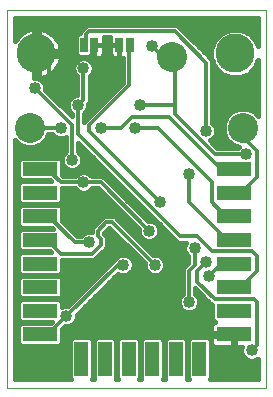
<source format=gtl>
G75*
%MOIN*%
%OFA0B0*%
%FSLAX25Y25*%
%IPPOS*%
%LPD*%
%AMOC8*
5,1,8,0,0,1.08239X$1,22.5*
%
%ADD10C,0.00000*%
%ADD11C,0.13000*%
%ADD12R,0.11811X0.04724*%
%ADD13R,0.04724X0.11811*%
%ADD14C,0.10000*%
%ADD15R,0.02500X0.05000*%
%ADD16C,0.01300*%
%ADD17C,0.04000*%
%ADD18C,0.01600*%
D10*
X0001800Y0001800D02*
X0001800Y0127784D01*
X0088414Y0127784D01*
X0088414Y0001800D01*
X0001800Y0001800D01*
D11*
X0011721Y0113178D03*
X0078020Y0113178D03*
D12*
X0077548Y0074635D03*
X0077548Y0066761D03*
X0077548Y0058887D03*
X0077548Y0051013D03*
X0077548Y0043139D03*
X0077548Y0035265D03*
X0077548Y0027391D03*
X0077548Y0019517D03*
X0012981Y0019517D03*
X0012981Y0027391D03*
X0012981Y0035265D03*
X0012981Y0043139D03*
X0012981Y0051013D03*
X0012981Y0058887D03*
X0012981Y0066761D03*
X0012981Y0074635D03*
D13*
X0026761Y0011249D03*
X0034635Y0011249D03*
X0042509Y0011249D03*
X0050383Y0011249D03*
X0058257Y0011249D03*
X0066131Y0011249D03*
D14*
X0080540Y0088414D03*
X0056918Y0112036D03*
X0009674Y0088414D03*
D15*
X0027587Y0115973D03*
X0031131Y0115973D03*
X0039398Y0115973D03*
X0042942Y0115973D03*
D16*
X0042650Y0115800D01*
X0042650Y0102500D01*
X0029350Y0089200D01*
X0029350Y0087300D01*
X0053100Y0063550D01*
X0049300Y0054050D02*
X0033150Y0070200D01*
X0027450Y0070200D01*
X0019850Y0070200D01*
X0016050Y0074000D01*
X0013200Y0074000D01*
X0012981Y0074635D01*
X0023650Y0077800D02*
X0023650Y0089200D01*
X0011300Y0101550D01*
X0016050Y0101550D02*
X0016050Y0112000D01*
X0011721Y0113178D01*
X0012250Y0112950D01*
X0013200Y0112000D01*
X0016050Y0112000D01*
X0029350Y0112000D01*
X0030300Y0112950D01*
X0030300Y0115800D01*
X0031131Y0115973D01*
X0031250Y0115800D01*
X0038850Y0115800D01*
X0039398Y0115973D01*
X0029350Y0120550D02*
X0057850Y0120550D01*
X0068300Y0110100D01*
X0068300Y0087300D01*
X0071150Y0079700D02*
X0057850Y0093000D01*
X0057850Y0095850D01*
X0046450Y0095850D01*
X0043600Y0092050D02*
X0055950Y0092050D01*
X0073050Y0074950D01*
X0076850Y0074950D01*
X0077548Y0074635D01*
X0081600Y0079700D02*
X0071150Y0079700D01*
X0070200Y0070200D02*
X0070200Y0063550D01*
X0074000Y0059750D01*
X0076850Y0059750D01*
X0077548Y0058887D01*
X0076850Y0051200D02*
X0074950Y0051200D01*
X0062600Y0063550D01*
X0062600Y0073050D01*
X0070200Y0070200D02*
X0052150Y0088250D01*
X0044550Y0088250D01*
X0043600Y0092050D02*
X0039800Y0088250D01*
X0033150Y0088250D01*
X0025550Y0095850D02*
X0027450Y0097750D01*
X0027450Y0108200D01*
X0027587Y0115973D02*
X0028400Y0116750D01*
X0028400Y0119600D01*
X0029350Y0120550D01*
X0025550Y0095850D02*
X0025550Y0086350D01*
X0059750Y0052150D01*
X0065450Y0052150D01*
X0070200Y0047400D01*
X0083500Y0047400D01*
X0085400Y0045500D01*
X0085400Y0040750D01*
X0080650Y0036000D01*
X0077800Y0036000D01*
X0077548Y0035265D01*
X0076850Y0042650D02*
X0073050Y0042650D01*
X0069250Y0038850D01*
X0065450Y0040750D02*
X0068300Y0043600D01*
X0065450Y0040750D02*
X0065450Y0036950D01*
X0071150Y0031250D01*
X0084450Y0031250D01*
X0085400Y0030300D01*
X0085400Y0016050D01*
X0083500Y0014150D01*
X0077548Y0019517D02*
X0076850Y0019850D01*
X0068300Y0019850D01*
X0036000Y0052150D01*
X0036000Y0053100D01*
X0032200Y0054050D02*
X0035050Y0056900D01*
X0036950Y0056900D01*
X0051200Y0042650D01*
X0040750Y0042650D02*
X0038850Y0042650D01*
X0021750Y0025550D01*
X0016050Y0019850D01*
X0013200Y0019850D01*
X0012981Y0019517D01*
X0019850Y0046450D02*
X0016050Y0050250D01*
X0013200Y0050250D01*
X0012981Y0051013D01*
X0013200Y0058800D02*
X0012981Y0058887D01*
X0013200Y0058800D02*
X0016050Y0058800D01*
X0024600Y0050250D01*
X0029350Y0050250D01*
X0032200Y0052150D02*
X0032200Y0054050D01*
X0032200Y0052150D02*
X0033150Y0051200D01*
X0033150Y0049300D01*
X0030300Y0046450D01*
X0019850Y0046450D01*
X0019850Y0088250D02*
X0010350Y0088250D01*
X0009674Y0088414D01*
X0050250Y0115800D02*
X0053100Y0112950D01*
X0056900Y0112950D01*
X0056918Y0112036D01*
X0057850Y0112000D01*
X0057850Y0095850D01*
X0077800Y0067350D02*
X0077548Y0066761D01*
X0077800Y0067350D02*
X0080650Y0067350D01*
X0085400Y0072100D01*
X0085400Y0080650D01*
X0080650Y0085400D01*
X0080650Y0088250D01*
X0080540Y0088414D01*
X0076850Y0051200D02*
X0077548Y0051013D01*
X0077548Y0043139D02*
X0076850Y0042650D01*
X0064500Y0042650D02*
X0062600Y0040750D01*
X0062600Y0030300D01*
X0064500Y0042650D02*
X0064500Y0048350D01*
D17*
X0064500Y0048350D03*
X0068300Y0043600D03*
X0069250Y0038850D03*
X0062600Y0030300D03*
X0051200Y0042650D03*
X0049300Y0054050D03*
X0053100Y0063550D03*
X0062600Y0073050D03*
X0068300Y0087300D03*
X0081600Y0079700D03*
X0050250Y0115800D03*
X0046450Y0095850D03*
X0044550Y0088250D03*
X0033150Y0088250D03*
X0025550Y0095850D03*
X0019850Y0088250D03*
X0023650Y0077800D03*
X0027450Y0070200D03*
X0036000Y0053100D03*
X0029350Y0050250D03*
X0040750Y0042650D03*
X0021750Y0025550D03*
X0016050Y0101550D03*
X0011300Y0101550D03*
X0027450Y0108200D03*
X0083500Y0014150D03*
D18*
X0085614Y0011456D02*
X0085614Y0004600D01*
X0069729Y0004600D01*
X0069893Y0004763D01*
X0069893Y0016729D01*
X0069965Y0016460D01*
X0070202Y0016049D01*
X0070537Y0015714D01*
X0070948Y0015477D01*
X0071406Y0015354D01*
X0077167Y0015354D01*
X0077167Y0019135D01*
X0077929Y0019135D01*
X0077929Y0015354D01*
X0080319Y0015354D01*
X0080100Y0014826D01*
X0080100Y0013474D01*
X0080618Y0012224D01*
X0081574Y0011268D01*
X0082824Y0010750D01*
X0084176Y0010750D01*
X0085426Y0011268D01*
X0085614Y0011456D01*
X0085614Y0011391D02*
X0085549Y0011391D01*
X0085614Y0009793D02*
X0069893Y0009793D01*
X0069893Y0011391D02*
X0081451Y0011391D01*
X0080301Y0012990D02*
X0069893Y0012990D01*
X0069893Y0014588D02*
X0080100Y0014588D01*
X0077929Y0016187D02*
X0077167Y0016187D01*
X0077167Y0017785D02*
X0077929Y0017785D01*
X0077167Y0019135D02*
X0069843Y0019135D01*
X0069843Y0017785D01*
X0069842Y0017785D01*
X0069843Y0017785D02*
X0069073Y0018554D01*
X0063189Y0018554D01*
X0062369Y0017734D01*
X0062369Y0004763D01*
X0062532Y0004600D01*
X0061855Y0004600D01*
X0062019Y0004763D01*
X0062019Y0017734D01*
X0061199Y0018554D01*
X0055315Y0018554D01*
X0054494Y0017734D01*
X0054494Y0004763D01*
X0054658Y0004600D01*
X0053981Y0004600D01*
X0054145Y0004763D01*
X0054145Y0017734D01*
X0053325Y0018554D01*
X0047441Y0018554D01*
X0046620Y0017734D01*
X0046620Y0004763D01*
X0046784Y0004600D01*
X0046107Y0004600D01*
X0046271Y0004763D01*
X0046271Y0017734D01*
X0045451Y0018554D01*
X0039567Y0018554D01*
X0038746Y0017734D01*
X0038746Y0004763D01*
X0038910Y0004600D01*
X0038233Y0004600D01*
X0038397Y0004763D01*
X0038397Y0017734D01*
X0037577Y0018554D01*
X0031693Y0018554D01*
X0030872Y0017734D01*
X0030872Y0004763D01*
X0031036Y0004600D01*
X0030359Y0004600D01*
X0030523Y0004763D01*
X0030523Y0017734D01*
X0029703Y0018554D01*
X0023819Y0018554D01*
X0022998Y0017734D01*
X0022998Y0004763D01*
X0023162Y0004600D01*
X0004600Y0004600D01*
X0004600Y0084437D01*
X0006049Y0082989D01*
X0008401Y0082014D01*
X0010947Y0082014D01*
X0013299Y0082989D01*
X0015100Y0084789D01*
X0015684Y0086200D01*
X0017092Y0086200D01*
X0017924Y0085368D01*
X0019174Y0084850D01*
X0020526Y0084850D01*
X0021600Y0085295D01*
X0021600Y0080558D01*
X0020768Y0079726D01*
X0020250Y0078476D01*
X0020250Y0077613D01*
X0019467Y0078397D01*
X0006496Y0078397D01*
X0005676Y0077577D01*
X0005676Y0071693D01*
X0006496Y0070872D01*
X0016278Y0070872D01*
X0016628Y0070523D01*
X0006496Y0070523D01*
X0005676Y0069703D01*
X0005676Y0063819D01*
X0006496Y0062998D01*
X0019467Y0062998D01*
X0020287Y0063819D01*
X0020287Y0068150D01*
X0024692Y0068150D01*
X0025524Y0067318D01*
X0026774Y0066800D01*
X0028126Y0066800D01*
X0029376Y0067318D01*
X0030208Y0068150D01*
X0032301Y0068150D01*
X0045900Y0054551D01*
X0042198Y0054551D01*
X0040600Y0056149D02*
X0044301Y0056149D01*
X0045900Y0054551D02*
X0045900Y0053374D01*
X0046418Y0052124D01*
X0047374Y0051168D01*
X0048624Y0050650D01*
X0049976Y0050650D01*
X0051226Y0051168D01*
X0052182Y0052124D01*
X0052700Y0053374D01*
X0052700Y0054726D01*
X0052182Y0055976D01*
X0051226Y0056932D01*
X0049976Y0057450D01*
X0048799Y0057450D01*
X0033999Y0072250D01*
X0030208Y0072250D01*
X0029376Y0073082D01*
X0028126Y0073600D01*
X0026774Y0073600D01*
X0025524Y0073082D01*
X0024692Y0072250D01*
X0020699Y0072250D01*
X0020287Y0072663D01*
X0020287Y0077035D01*
X0020768Y0075874D01*
X0021724Y0074918D01*
X0022974Y0074400D01*
X0024326Y0074400D01*
X0025576Y0074918D01*
X0026532Y0075874D01*
X0027050Y0077124D01*
X0027050Y0078476D01*
X0026532Y0079726D01*
X0025700Y0080558D01*
X0025700Y0083301D01*
X0057700Y0051301D01*
X0058901Y0050100D01*
X0061545Y0050100D01*
X0061100Y0049026D01*
X0061100Y0047674D01*
X0061618Y0046424D01*
X0062450Y0045592D01*
X0062450Y0043499D01*
X0061751Y0042800D01*
X0060550Y0041599D01*
X0060550Y0033058D01*
X0059718Y0032226D01*
X0059200Y0030976D01*
X0059200Y0029624D01*
X0059718Y0028374D01*
X0060674Y0027418D01*
X0061924Y0026900D01*
X0063276Y0026900D01*
X0064526Y0027418D01*
X0065482Y0028374D01*
X0066000Y0029624D01*
X0066000Y0030976D01*
X0065482Y0032226D01*
X0064650Y0033058D01*
X0064650Y0034851D01*
X0069100Y0030401D01*
X0070243Y0029258D01*
X0070243Y0024448D01*
X0071063Y0023628D01*
X0071218Y0023628D01*
X0070948Y0023556D01*
X0070537Y0023319D01*
X0070202Y0022984D01*
X0069965Y0022574D01*
X0069843Y0022116D01*
X0069843Y0019898D01*
X0077167Y0019898D01*
X0077167Y0019135D01*
X0077167Y0019384D02*
X0020287Y0019384D01*
X0020287Y0017785D02*
X0023049Y0017785D01*
X0022998Y0016187D02*
X0019899Y0016187D01*
X0020287Y0016574D02*
X0019467Y0015754D01*
X0006496Y0015754D01*
X0005676Y0016574D01*
X0005676Y0022459D01*
X0006496Y0023279D01*
X0016580Y0023279D01*
X0016929Y0023628D01*
X0006496Y0023628D01*
X0005676Y0024448D01*
X0005676Y0030333D01*
X0006496Y0031153D01*
X0019467Y0031153D01*
X0020287Y0030333D01*
X0020287Y0028624D01*
X0021074Y0028950D01*
X0022251Y0028950D01*
X0037861Y0044560D01*
X0037868Y0044576D01*
X0038824Y0045532D01*
X0040074Y0046050D01*
X0041426Y0046050D01*
X0042676Y0045532D01*
X0043632Y0044576D01*
X0044150Y0043326D01*
X0044150Y0041974D01*
X0043632Y0040724D01*
X0042676Y0039768D01*
X0041426Y0039250D01*
X0040074Y0039250D01*
X0038854Y0039755D01*
X0025150Y0026051D01*
X0025150Y0024874D01*
X0024632Y0023624D01*
X0023676Y0022668D01*
X0022426Y0022150D01*
X0021249Y0022150D01*
X0020287Y0021187D01*
X0020287Y0016574D01*
X0022998Y0014588D02*
X0004600Y0014588D01*
X0004600Y0012990D02*
X0022998Y0012990D01*
X0022998Y0011391D02*
X0004600Y0011391D01*
X0004600Y0009793D02*
X0022998Y0009793D01*
X0022998Y0008194D02*
X0004600Y0008194D01*
X0004600Y0006596D02*
X0022998Y0006596D01*
X0022998Y0004997D02*
X0004600Y0004997D01*
X0004600Y0016187D02*
X0006063Y0016187D01*
X0005676Y0017785D02*
X0004600Y0017785D01*
X0004600Y0019384D02*
X0005676Y0019384D01*
X0005676Y0020982D02*
X0004600Y0020982D01*
X0004600Y0022581D02*
X0005798Y0022581D01*
X0005945Y0024179D02*
X0004600Y0024179D01*
X0004600Y0025778D02*
X0005676Y0025778D01*
X0005676Y0027376D02*
X0004600Y0027376D01*
X0004600Y0028975D02*
X0005676Y0028975D01*
X0005916Y0030573D02*
X0004600Y0030573D01*
X0004600Y0032172D02*
X0005826Y0032172D01*
X0005676Y0032322D02*
X0006496Y0031502D01*
X0019467Y0031502D01*
X0020287Y0032322D01*
X0020287Y0038207D01*
X0019467Y0039027D01*
X0006496Y0039027D01*
X0005676Y0038207D01*
X0005676Y0032322D01*
X0005676Y0033770D02*
X0004600Y0033770D01*
X0004600Y0035369D02*
X0005676Y0035369D01*
X0005676Y0036967D02*
X0004600Y0036967D01*
X0004600Y0038566D02*
X0006035Y0038566D01*
X0006496Y0039376D02*
X0019467Y0039376D01*
X0020287Y0040196D01*
X0020287Y0044400D01*
X0031149Y0044400D01*
X0032350Y0045601D01*
X0035200Y0048451D01*
X0035200Y0052049D01*
X0034250Y0052999D01*
X0034250Y0053201D01*
X0035899Y0054850D01*
X0036101Y0054850D01*
X0047800Y0043151D01*
X0047800Y0041974D01*
X0048318Y0040724D01*
X0049274Y0039768D01*
X0050524Y0039250D01*
X0051876Y0039250D01*
X0053126Y0039768D01*
X0054082Y0040724D01*
X0054600Y0041974D01*
X0054600Y0043326D01*
X0054082Y0044576D01*
X0053126Y0045532D01*
X0051876Y0046050D01*
X0050699Y0046050D01*
X0039000Y0057749D01*
X0037799Y0058950D01*
X0034201Y0058950D01*
X0030150Y0054899D01*
X0030150Y0053599D01*
X0030026Y0053650D01*
X0028674Y0053650D01*
X0027424Y0053132D01*
X0026592Y0052300D01*
X0025449Y0052300D01*
X0020287Y0057463D01*
X0020287Y0061829D01*
X0019467Y0062649D01*
X0006496Y0062649D01*
X0005676Y0061829D01*
X0005676Y0055945D01*
X0006496Y0055124D01*
X0016826Y0055124D01*
X0017176Y0054775D01*
X0006496Y0054775D01*
X0005676Y0053955D01*
X0005676Y0048070D01*
X0006496Y0047250D01*
X0016150Y0047250D01*
X0016500Y0046901D01*
X0006496Y0046901D01*
X0005676Y0046081D01*
X0005676Y0040196D01*
X0006496Y0039376D01*
X0005708Y0040164D02*
X0004600Y0040164D01*
X0004600Y0041763D02*
X0005676Y0041763D01*
X0005676Y0043361D02*
X0004600Y0043361D01*
X0004600Y0044960D02*
X0005676Y0044960D01*
X0006153Y0046558D02*
X0004600Y0046558D01*
X0004600Y0048157D02*
X0005676Y0048157D01*
X0005676Y0049755D02*
X0004600Y0049755D01*
X0004600Y0051354D02*
X0005676Y0051354D01*
X0005676Y0052952D02*
X0004600Y0052952D01*
X0004600Y0054551D02*
X0006272Y0054551D01*
X0005676Y0056149D02*
X0004600Y0056149D01*
X0004600Y0057748D02*
X0005676Y0057748D01*
X0005676Y0059346D02*
X0004600Y0059346D01*
X0004600Y0060945D02*
X0005676Y0060945D01*
X0006390Y0062543D02*
X0004600Y0062543D01*
X0004600Y0064142D02*
X0005676Y0064142D01*
X0005676Y0065740D02*
X0004600Y0065740D01*
X0004600Y0067339D02*
X0005676Y0067339D01*
X0005676Y0068937D02*
X0004600Y0068937D01*
X0004600Y0070536D02*
X0016615Y0070536D01*
X0020287Y0073733D02*
X0035268Y0073733D01*
X0034115Y0072134D02*
X0036866Y0072134D01*
X0035713Y0070536D02*
X0038465Y0070536D01*
X0037312Y0068937D02*
X0040063Y0068937D01*
X0038910Y0067339D02*
X0041662Y0067339D01*
X0040509Y0065740D02*
X0043260Y0065740D01*
X0042107Y0064142D02*
X0044859Y0064142D01*
X0043706Y0062543D02*
X0046457Y0062543D01*
X0045304Y0060945D02*
X0048056Y0060945D01*
X0046903Y0059346D02*
X0049654Y0059346D01*
X0048501Y0057748D02*
X0051253Y0057748D01*
X0052009Y0056149D02*
X0052851Y0056149D01*
X0052700Y0054551D02*
X0054450Y0054551D01*
X0056048Y0052952D02*
X0052525Y0052952D01*
X0051412Y0051354D02*
X0057647Y0051354D01*
X0061402Y0049755D02*
X0046994Y0049755D01*
X0047188Y0051354D02*
X0045395Y0051354D01*
X0046075Y0052952D02*
X0043797Y0052952D01*
X0041196Y0049755D02*
X0035200Y0049755D01*
X0035200Y0051354D02*
X0039597Y0051354D01*
X0037998Y0052952D02*
X0034297Y0052952D01*
X0035600Y0054551D02*
X0036400Y0054551D01*
X0039001Y0057748D02*
X0042703Y0057748D01*
X0041104Y0059346D02*
X0020287Y0059346D01*
X0020287Y0057748D02*
X0032999Y0057748D01*
X0031400Y0056149D02*
X0021600Y0056149D01*
X0023198Y0054551D02*
X0030150Y0054551D01*
X0027244Y0052952D02*
X0024797Y0052952D01*
X0020287Y0060945D02*
X0039506Y0060945D01*
X0037907Y0062543D02*
X0019572Y0062543D01*
X0020287Y0064142D02*
X0036309Y0064142D01*
X0034710Y0065740D02*
X0020287Y0065740D01*
X0020287Y0067339D02*
X0025503Y0067339D01*
X0029397Y0067339D02*
X0033112Y0067339D01*
X0033669Y0075332D02*
X0025990Y0075332D01*
X0026970Y0076930D02*
X0032071Y0076930D01*
X0030472Y0078529D02*
X0027028Y0078529D01*
X0026131Y0080127D02*
X0028874Y0080127D01*
X0027275Y0081726D02*
X0025700Y0081726D01*
X0021600Y0081726D02*
X0004600Y0081726D01*
X0004600Y0083324D02*
X0005713Y0083324D01*
X0004600Y0080127D02*
X0021169Y0080127D01*
X0020272Y0078529D02*
X0004600Y0078529D01*
X0004600Y0076930D02*
X0005676Y0076930D01*
X0005676Y0075332D02*
X0004600Y0075332D01*
X0004600Y0073733D02*
X0005676Y0073733D01*
X0005676Y0072134D02*
X0004600Y0072134D01*
X0013635Y0083324D02*
X0021600Y0083324D01*
X0021600Y0084923D02*
X0020702Y0084923D01*
X0018998Y0084923D02*
X0015155Y0084923D01*
X0020287Y0076930D02*
X0020330Y0076930D01*
X0020287Y0075332D02*
X0021310Y0075332D01*
X0027600Y0090349D02*
X0027600Y0093092D01*
X0028432Y0093924D01*
X0028950Y0095174D01*
X0028950Y0096351D01*
X0029500Y0096901D01*
X0029500Y0105442D01*
X0030332Y0106274D01*
X0030850Y0107524D01*
X0030850Y0108876D01*
X0030332Y0110126D01*
X0029376Y0111082D01*
X0028126Y0111600D01*
X0026774Y0111600D01*
X0025524Y0111082D01*
X0024568Y0110126D01*
X0024050Y0108876D01*
X0024050Y0107524D01*
X0024568Y0106274D01*
X0025400Y0105442D01*
X0025400Y0099250D01*
X0024874Y0099250D01*
X0023624Y0098732D01*
X0022668Y0097776D01*
X0022150Y0096526D01*
X0022150Y0095174D01*
X0022668Y0093924D01*
X0023500Y0093092D01*
X0023500Y0092249D01*
X0014700Y0101049D01*
X0014700Y0102226D01*
X0014182Y0103476D01*
X0013226Y0104432D01*
X0011976Y0104950D01*
X0010921Y0104950D01*
X0010921Y0112378D01*
X0012521Y0112378D01*
X0012521Y0104912D01*
X0013344Y0105020D01*
X0014395Y0105302D01*
X0015400Y0105718D01*
X0016342Y0106262D01*
X0017206Y0106924D01*
X0017975Y0107694D01*
X0018637Y0108557D01*
X0019181Y0109499D01*
X0019598Y0110504D01*
X0019879Y0111555D01*
X0019988Y0112378D01*
X0012521Y0112378D01*
X0012521Y0113978D01*
X0010921Y0113978D01*
X0010921Y0121444D01*
X0010099Y0121336D01*
X0009048Y0121054D01*
X0008042Y0120638D01*
X0007100Y0120094D01*
X0006237Y0119432D01*
X0005468Y0118662D01*
X0004805Y0117799D01*
X0004600Y0117444D01*
X0004600Y0124984D01*
X0085614Y0124984D01*
X0085614Y0115489D01*
X0084718Y0117653D01*
X0082495Y0119875D01*
X0079592Y0121078D01*
X0076449Y0121078D01*
X0073545Y0119875D01*
X0071323Y0117653D01*
X0070120Y0114749D01*
X0070120Y0111607D01*
X0071323Y0108703D01*
X0073545Y0106481D01*
X0076449Y0105278D01*
X0079592Y0105278D01*
X0082495Y0106481D01*
X0084718Y0108703D01*
X0085614Y0110867D01*
X0085614Y0092391D01*
X0084165Y0093840D01*
X0081813Y0094814D01*
X0079267Y0094814D01*
X0076915Y0093840D01*
X0075114Y0092039D01*
X0074140Y0089687D01*
X0074140Y0087141D01*
X0075114Y0084789D01*
X0076915Y0082989D01*
X0079153Y0082061D01*
X0078842Y0081750D01*
X0071999Y0081750D01*
X0069593Y0084156D01*
X0070226Y0084418D01*
X0071182Y0085374D01*
X0071700Y0086624D01*
X0071700Y0087976D01*
X0071182Y0089226D01*
X0070350Y0090058D01*
X0070350Y0110949D01*
X0069149Y0112150D01*
X0058699Y0122600D01*
X0028501Y0122600D01*
X0027300Y0121399D01*
X0026350Y0120449D01*
X0026350Y0119873D01*
X0025757Y0119873D01*
X0024937Y0119053D01*
X0024937Y0112893D01*
X0025757Y0112073D01*
X0028735Y0112073D01*
X0028775Y0112033D01*
X0029186Y0111796D01*
X0029644Y0111673D01*
X0031131Y0111673D01*
X0032618Y0111673D01*
X0033075Y0111796D01*
X0033486Y0112033D01*
X0033821Y0112368D01*
X0034058Y0112778D01*
X0034181Y0113236D01*
X0034181Y0115973D01*
X0031131Y0115973D01*
X0031131Y0115973D01*
X0031131Y0111673D01*
X0031131Y0115973D01*
X0031131Y0115973D01*
X0034181Y0115973D01*
X0034181Y0118500D01*
X0036348Y0118500D01*
X0036348Y0115973D01*
X0036348Y0113236D01*
X0036471Y0112778D01*
X0036708Y0112368D01*
X0037043Y0112033D01*
X0037454Y0111796D01*
X0037911Y0111673D01*
X0039398Y0111673D01*
X0039398Y0115973D01*
X0036348Y0115973D01*
X0039398Y0115973D01*
X0039398Y0115973D01*
X0039398Y0115973D01*
X0039398Y0111673D01*
X0040600Y0111673D01*
X0040600Y0103349D01*
X0028501Y0091250D01*
X0027600Y0090349D01*
X0027600Y0091317D02*
X0028567Y0091317D01*
X0027600Y0092915D02*
X0030166Y0092915D01*
X0028677Y0094514D02*
X0031765Y0094514D01*
X0033363Y0096112D02*
X0028950Y0096112D01*
X0029500Y0097711D02*
X0034962Y0097711D01*
X0036560Y0099309D02*
X0029500Y0099309D01*
X0029500Y0100908D02*
X0038159Y0100908D01*
X0039757Y0102506D02*
X0029500Y0102506D01*
X0029500Y0104105D02*
X0040600Y0104105D01*
X0040600Y0105703D02*
X0029762Y0105703D01*
X0030758Y0107302D02*
X0040600Y0107302D01*
X0040600Y0108900D02*
X0030840Y0108900D01*
X0029960Y0110499D02*
X0040600Y0110499D01*
X0039398Y0112097D02*
X0039398Y0112097D01*
X0039398Y0113696D02*
X0039398Y0113696D01*
X0039398Y0115294D02*
X0039398Y0115294D01*
X0036979Y0112097D02*
X0033550Y0112097D01*
X0034181Y0113696D02*
X0036348Y0113696D01*
X0036348Y0115294D02*
X0034181Y0115294D01*
X0034181Y0116893D02*
X0036348Y0116893D01*
X0036348Y0118491D02*
X0034181Y0118491D01*
X0031131Y0115294D02*
X0031131Y0115294D01*
X0031131Y0113696D02*
X0031131Y0113696D01*
X0031131Y0112097D02*
X0031131Y0112097D01*
X0025733Y0112097D02*
X0019951Y0112097D01*
X0019595Y0110499D02*
X0024940Y0110499D01*
X0024060Y0108900D02*
X0018836Y0108900D01*
X0017583Y0107302D02*
X0024142Y0107302D01*
X0025138Y0105703D02*
X0015365Y0105703D01*
X0013554Y0104105D02*
X0025400Y0104105D01*
X0025400Y0102506D02*
X0014584Y0102506D01*
X0014841Y0100908D02*
X0025400Y0100908D01*
X0025400Y0099309D02*
X0016440Y0099309D01*
X0018038Y0097711D02*
X0022641Y0097711D01*
X0022150Y0096112D02*
X0019637Y0096112D01*
X0021235Y0094514D02*
X0022423Y0094514D01*
X0022834Y0092915D02*
X0023500Y0092915D01*
X0012521Y0105703D02*
X0010921Y0105703D01*
X0010921Y0107302D02*
X0012521Y0107302D01*
X0012521Y0108900D02*
X0010921Y0108900D01*
X0010921Y0110499D02*
X0012521Y0110499D01*
X0012521Y0112097D02*
X0010921Y0112097D01*
X0012521Y0113696D02*
X0024937Y0113696D01*
X0024937Y0115294D02*
X0019747Y0115294D01*
X0019879Y0114801D02*
X0019598Y0115852D01*
X0019181Y0116857D01*
X0018637Y0117799D01*
X0017975Y0118662D01*
X0017206Y0119432D01*
X0016342Y0120094D01*
X0015400Y0120638D01*
X0014395Y0121054D01*
X0013344Y0121336D01*
X0012521Y0121444D01*
X0012521Y0113978D01*
X0019988Y0113978D01*
X0019879Y0114801D01*
X0019160Y0116893D02*
X0024937Y0116893D01*
X0024937Y0118491D02*
X0018106Y0118491D01*
X0016348Y0120090D02*
X0026350Y0120090D01*
X0027589Y0121688D02*
X0004600Y0121688D01*
X0004600Y0120090D02*
X0007095Y0120090D01*
X0005336Y0118491D02*
X0004600Y0118491D01*
X0004600Y0123287D02*
X0085614Y0123287D01*
X0085614Y0124885D02*
X0004600Y0124885D01*
X0010921Y0120090D02*
X0012521Y0120090D01*
X0012521Y0118491D02*
X0010921Y0118491D01*
X0010921Y0116893D02*
X0012521Y0116893D01*
X0012521Y0115294D02*
X0010921Y0115294D01*
X0034906Y0048157D02*
X0042794Y0048157D01*
X0044393Y0046558D02*
X0033307Y0046558D01*
X0031709Y0044960D02*
X0038251Y0044960D01*
X0036662Y0043361D02*
X0020287Y0043361D01*
X0020287Y0041763D02*
X0035064Y0041763D01*
X0033465Y0040164D02*
X0020254Y0040164D01*
X0019928Y0038566D02*
X0031867Y0038566D01*
X0030268Y0036967D02*
X0020287Y0036967D01*
X0020287Y0035369D02*
X0028670Y0035369D01*
X0027071Y0033770D02*
X0020287Y0033770D01*
X0020136Y0032172D02*
X0025473Y0032172D01*
X0023874Y0030573D02*
X0020046Y0030573D01*
X0020287Y0028975D02*
X0022276Y0028975D01*
X0025150Y0025778D02*
X0070243Y0025778D01*
X0070512Y0024179D02*
X0024862Y0024179D01*
X0023466Y0022581D02*
X0069969Y0022581D01*
X0069843Y0020982D02*
X0020287Y0020982D01*
X0026475Y0027376D02*
X0060774Y0027376D01*
X0059469Y0028975D02*
X0028074Y0028975D01*
X0029672Y0030573D02*
X0059200Y0030573D01*
X0059695Y0032172D02*
X0031271Y0032172D01*
X0032869Y0033770D02*
X0060550Y0033770D01*
X0060550Y0035369D02*
X0034468Y0035369D01*
X0036066Y0036967D02*
X0060550Y0036967D01*
X0060550Y0038566D02*
X0037665Y0038566D01*
X0043073Y0040164D02*
X0048877Y0040164D01*
X0047887Y0041763D02*
X0044063Y0041763D01*
X0044135Y0043361D02*
X0047590Y0043361D01*
X0045991Y0044960D02*
X0043248Y0044960D01*
X0048592Y0048157D02*
X0061100Y0048157D01*
X0061562Y0046558D02*
X0050191Y0046558D01*
X0053698Y0044960D02*
X0062450Y0044960D01*
X0062312Y0043361D02*
X0054585Y0043361D01*
X0054513Y0041763D02*
X0060714Y0041763D01*
X0060550Y0040164D02*
X0053523Y0040164D01*
X0064426Y0027376D02*
X0070243Y0027376D01*
X0070243Y0028975D02*
X0065731Y0028975D01*
X0066000Y0030573D02*
X0068928Y0030573D01*
X0067329Y0032172D02*
X0065505Y0032172D01*
X0065731Y0033770D02*
X0064650Y0033770D01*
X0062419Y0017785D02*
X0061968Y0017785D01*
X0062019Y0016187D02*
X0062369Y0016187D01*
X0062369Y0014588D02*
X0062019Y0014588D01*
X0062019Y0012990D02*
X0062369Y0012990D01*
X0062369Y0011391D02*
X0062019Y0011391D01*
X0062019Y0009793D02*
X0062369Y0009793D01*
X0062369Y0008194D02*
X0062019Y0008194D01*
X0062019Y0006596D02*
X0062369Y0006596D01*
X0062369Y0004997D02*
X0062019Y0004997D01*
X0054494Y0004997D02*
X0054145Y0004997D01*
X0054145Y0006596D02*
X0054494Y0006596D01*
X0054494Y0008194D02*
X0054145Y0008194D01*
X0054145Y0009793D02*
X0054494Y0009793D01*
X0054494Y0011391D02*
X0054145Y0011391D01*
X0054145Y0012990D02*
X0054494Y0012990D01*
X0054494Y0014588D02*
X0054145Y0014588D01*
X0054145Y0016187D02*
X0054494Y0016187D01*
X0054545Y0017785D02*
X0054094Y0017785D01*
X0046671Y0017785D02*
X0046220Y0017785D01*
X0046271Y0016187D02*
X0046620Y0016187D01*
X0046620Y0014588D02*
X0046271Y0014588D01*
X0046271Y0012990D02*
X0046620Y0012990D01*
X0046620Y0011391D02*
X0046271Y0011391D01*
X0046271Y0009793D02*
X0046620Y0009793D01*
X0046620Y0008194D02*
X0046271Y0008194D01*
X0046271Y0006596D02*
X0046620Y0006596D01*
X0046620Y0004997D02*
X0046271Y0004997D01*
X0038746Y0004997D02*
X0038397Y0004997D01*
X0038397Y0006596D02*
X0038746Y0006596D01*
X0038746Y0008194D02*
X0038397Y0008194D01*
X0038397Y0009793D02*
X0038746Y0009793D01*
X0038746Y0011391D02*
X0038397Y0011391D01*
X0038397Y0012990D02*
X0038746Y0012990D01*
X0038746Y0014588D02*
X0038397Y0014588D01*
X0038397Y0016187D02*
X0038746Y0016187D01*
X0038797Y0017785D02*
X0038346Y0017785D01*
X0030923Y0017785D02*
X0030472Y0017785D01*
X0030523Y0016187D02*
X0030872Y0016187D01*
X0030872Y0014588D02*
X0030523Y0014588D01*
X0030523Y0012990D02*
X0030872Y0012990D01*
X0030872Y0011391D02*
X0030523Y0011391D01*
X0030523Y0009793D02*
X0030872Y0009793D01*
X0030872Y0008194D02*
X0030523Y0008194D01*
X0030523Y0006596D02*
X0030872Y0006596D01*
X0030872Y0004997D02*
X0030523Y0004997D01*
X0069893Y0004997D02*
X0085614Y0004997D01*
X0085614Y0006596D02*
X0069893Y0006596D01*
X0069893Y0008194D02*
X0085614Y0008194D01*
X0070123Y0016187D02*
X0069893Y0016187D01*
X0070425Y0083324D02*
X0076579Y0083324D01*
X0075059Y0084923D02*
X0070731Y0084923D01*
X0071657Y0086521D02*
X0074397Y0086521D01*
X0074140Y0088120D02*
X0071641Y0088120D01*
X0070690Y0089718D02*
X0074153Y0089718D01*
X0074815Y0091317D02*
X0070350Y0091317D01*
X0070350Y0092915D02*
X0075990Y0092915D01*
X0078542Y0094514D02*
X0070350Y0094514D01*
X0070350Y0096112D02*
X0085614Y0096112D01*
X0085614Y0097711D02*
X0070350Y0097711D01*
X0070350Y0099309D02*
X0085614Y0099309D01*
X0085614Y0100908D02*
X0070350Y0100908D01*
X0070350Y0102506D02*
X0085614Y0102506D01*
X0085614Y0104105D02*
X0070350Y0104105D01*
X0070350Y0105703D02*
X0075422Y0105703D01*
X0072724Y0107302D02*
X0070350Y0107302D01*
X0070350Y0108900D02*
X0071241Y0108900D01*
X0070579Y0110499D02*
X0070350Y0110499D01*
X0070120Y0112097D02*
X0069202Y0112097D01*
X0070120Y0113696D02*
X0067603Y0113696D01*
X0066005Y0115294D02*
X0070346Y0115294D01*
X0071008Y0116893D02*
X0064406Y0116893D01*
X0062808Y0118491D02*
X0072162Y0118491D01*
X0074064Y0120090D02*
X0061209Y0120090D01*
X0059611Y0121688D02*
X0085614Y0121688D01*
X0085614Y0120090D02*
X0081977Y0120090D01*
X0083879Y0118491D02*
X0085614Y0118491D01*
X0085614Y0116893D02*
X0085033Y0116893D01*
X0085462Y0110499D02*
X0085614Y0110499D01*
X0085614Y0108900D02*
X0084799Y0108900D01*
X0085614Y0107302D02*
X0083317Y0107302D01*
X0085614Y0105703D02*
X0080619Y0105703D01*
X0082539Y0094514D02*
X0085614Y0094514D01*
X0085614Y0092915D02*
X0085090Y0092915D01*
M02*

</source>
